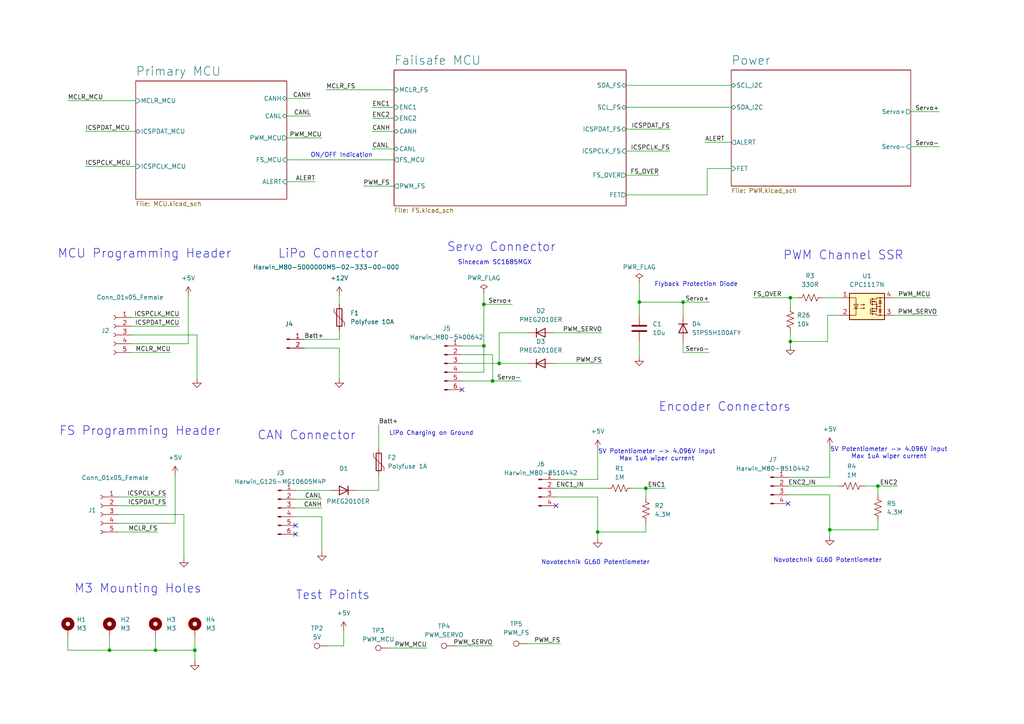
<source format=kicad_sch>
(kicad_sch (version 20231120) (generator "eeschema") (generator_version "8.0")
  (paper "A4")
  (title_block (title "Motor Control Board") (date "2024-11-10") (rev "1") (company "Waterloo Rocketry"))
  (lib_symbols
    (symbol "canhw:+12V" (power) (pin_numbers hide) (pin_names (offset 0) hide)
      (property "Value" "+12V" (at 0 3.556 0))
      (symbol "+12V_0_1"
        (polyline (pts (xy -0.762 1.27) (xy 0 2.54)))
        (polyline (pts (xy 0 0) (xy 0 2.54)))
        (polyline (pts (xy 0 2.54) (xy 0.762 1.27)))
      )
      (symbol "+12V_1_1"
        (pin power_in line (at 0 0 90) (length 0) (name "~") (number "1"))
      )
    )
    (symbol "canhw:+5V" (power) (pin_numbers hide) (pin_names (offset 0) hide)
      (property "Value" "+5V" (at 0 3.556 0))
      (symbol "+5V_0_1"
        (polyline (pts (xy -0.762 1.27) (xy 0 2.54)))
        (polyline (pts (xy 0 0) (xy 0 2.54)))
        (polyline (pts (xy 0 2.54) (xy 0.762 1.27)))
      )
      (symbol "+5V_1_1"
        (pin power_in line (at 0 0 90) (length 0) (name "~") (number "1"))
      )
    )
    (symbol "canhw:C" (pin_numbers hide) (pin_names (offset 0.254))
      (property "Reference" "C" (at 0.635 2.54 0))
      (property "Value" "C" (at 0.635 -2.54 0))
      (symbol "C_0_1"
        (polyline (pts (xy -2.032 -0.762) (xy 2.032 -0.762)) (stroke (width 0.508)))
        (polyline (pts (xy -2.032 0.762) (xy 2.032 0.762)) (stroke (width 0.508)))
      )
      (symbol "C_1_1"
        (pin passive line (at 0 3.81 270) (length 2.794) (name "~") (number "1"))
        (pin passive line (at 0 -3.81 90) (length 2.794) (name "~") (number "2"))
      )
    )
    (symbol "canhw:CPC1117N"
      (property "Reference" "U" (at -5.08 5.08 0))
      (property "Value" "CPC1117N" (at 0 5.08 0))
      (symbol "CPC1117N_0_1"
        (rectangle (start -5.08 3.81) (end 5.08 -3.81) (stroke (width 0.254)) (fill (type background)))
        (polyline (pts (xy -3.81 -0.635) (xy -2.54 -0.635)))
        (polyline (pts (xy 1.016 -0.635) (xy 1.016 -2.159)) (stroke (width 0.2032)))
        (polyline (pts (xy 1.016 2.159) (xy 1.016 0.635)) (stroke (width 0.2032)))
        (polyline (pts (xy 1.524 -0.508) (xy 1.524 -0.762)) (stroke (width 0.3556)))
        (polyline (pts (xy 2.794 0) (xy 3.81 0)))
        (polyline (pts (xy 3.429 -1.651) (xy 4.191 -1.651)))
        (polyline (pts (xy 3.429 1.651) (xy 4.191 1.651)))
        (polyline (pts (xy 3.81 -2.54) (xy 3.81 2.54)))
        (polyline (pts (xy 1.524 -2.032) (xy 1.524 -2.286) (xy 1.524 -2.286)) (stroke (width 0.3556)))
        (polyline (pts (xy 1.524 -1.27) (xy 1.524 -1.524) (xy 1.524 -1.524)) (stroke (width 0.3556)))
        (polyline (pts (xy 1.524 0.762) (xy 1.524 0.508) (xy 1.524 0.508)) (stroke (width 0.3556)))
        (polyline (pts (xy 1.524 1.524) (xy 1.524 1.27) (xy 1.524 1.27)) (stroke (width 0.3556)))
        (polyline (pts (xy 1.524 2.286) (xy 1.524 2.032) (xy 1.524 2.032)) (stroke (width 0.3556)))
        (polyline (pts (xy 1.651 -1.397) (xy 2.794 -1.397) (xy 2.794 -0.635)))
        (polyline (pts (xy 1.651 1.397) (xy 2.794 1.397) (xy 2.794 0.635)))
        (polyline (pts (xy -5.08 2.54) (xy -3.175 2.54) (xy -3.175 -2.54) (xy -5.08 -2.54)))
        (polyline (pts (xy -3.175 -0.635) (xy -3.81 0.635) (xy -2.54 0.635) (xy -3.175 -0.635)))
        (polyline (pts (xy 1.651 -2.159) (xy 2.794 -2.159) (xy 2.794 -2.54) (xy 5.08 -2.54)))
        (polyline (pts (xy 1.651 -0.635) (xy 2.794 -0.635) (xy 2.794 0.635) (xy 1.651 0.635)))
        (polyline (pts (xy 1.651 2.159) (xy 2.794 2.159) (xy 2.794 2.54) (xy 5.08 2.54)))
        (polyline (pts (xy 1.778 -1.397) (xy 2.286 -1.27) (xy 2.286 -1.524) (xy 1.778 -1.397)))
        (polyline (pts (xy 1.778 1.397) (xy 2.286 1.524) (xy 2.286 1.27) (xy 1.778 1.397)))
        (polyline (pts (xy 3.81 -1.651) (xy 3.429 -0.889) (xy 4.191 -0.889) (xy 3.81 -1.651)))
        (polyline (pts (xy 3.81 1.651) (xy 3.429 0.889) (xy 4.191 0.889) (xy 3.81 1.651)))
        (polyline (pts (xy -1.905 -0.508) (xy -0.635 -0.508) (xy -1.016 -0.635) (xy -1.016 -0.381) (xy -0.635 -0.508)))
        (polyline (pts (xy -1.905 0.508) (xy -0.635 0.508) (xy -1.016 0.381) (xy -1.016 0.635) (xy -0.635 0.508)))
        (circle (center 2.794 -0.635) (radius 0.127))
        (circle (center 2.794 0) (radius 0.127))
        (circle (center 2.794 0.635) (radius 0.127))
        (circle (center 3.81 -2.54) (radius 0.127))
        (circle (center 3.81 0) (radius 0.127))
        (circle (center 3.81 2.54) (radius 0.127))
      )
      (symbol "CPC1117N_1_1"
        (pin passive line (at -7.62 2.54 0) (length 2.54) (name "~") (number "1"))
        (pin passive line (at -7.62 -2.54 0) (length 2.54) (name "~") (number "2"))
        (pin passive line (at 7.62 -2.54 180) (length 2.54) (name "~") (number "3"))
        (pin passive line (at 7.62 2.54 180) (length 2.54) (name "~") (number "4"))
      )
    )
    (symbol "canhw:Conn_01x02_Pin" (pin_names (offset 1.016) hide)
      (property "Reference" "J" (at 0 2.54 0))
      (property "Value" "Conn_01x02_Pin" (at 0 -5.08 0))
      (symbol "Conn_01x02_Pin_1_1"
        (polyline (pts (xy 1.27 -2.54) (xy 0.8636 -2.54)) (stroke (width 0.1524)))
        (polyline (pts (xy 1.27 0) (xy 0.8636 0)) (stroke (width 0.1524)))
        (rectangle (start 0.8636 -2.413) (end 0 -2.667) (stroke (width 0.1524)) (fill (type outline)))
        (rectangle (start 0.8636 0.127) (end 0 -0.127) (stroke (width 0.1524)) (fill (type outline)))
        (pin passive line (at 5.08 0 180) (length 3.81) (name "Pin_1") (number "1"))
        (pin passive line (at 5.08 -2.54 180) (length 3.81) (name "Pin_2") (number "2"))
      )
    )
    (symbol "canhw:Conn_01x04_Pin" (pin_names (offset 1.016) hide)
      (property "Reference" "J" (at 0 5.08 0))
      (property "Value" "Conn_01x04_Pin" (at 0 -7.62 0))
      (symbol "Conn_01x04_Pin_1_1"
        (polyline (pts (xy 1.27 -5.08) (xy 0.8636 -5.08)) (stroke (width 0.1524)))
        (polyline (pts (xy 1.27 -2.54) (xy 0.8636 -2.54)) (stroke (width 0.1524)))
        (polyline (pts (xy 1.27 0) (xy 0.8636 0)) (stroke (width 0.1524)))
        (polyline (pts (xy 1.27 2.54) (xy 0.8636 2.54)) (stroke (width 0.1524)))
        (rectangle (start 0.8636 -4.953) (end 0 -5.207) (stroke (width 0.1524)) (fill (type outline)))
        (rectangle (start 0.8636 -2.413) (end 0 -2.667) (stroke (width 0.1524)) (fill (type outline)))
        (rectangle (start 0.8636 0.127) (end 0 -0.127) (stroke (width 0.1524)) (fill (type outline)))
        (rectangle (start 0.8636 2.667) (end 0 2.413) (stroke (width 0.1524)) (fill (type outline)))
        (pin passive line (at 5.08 2.54 180) (length 3.81) (name "Pin_1") (number "1"))
        (pin passive line (at 5.08 0 180) (length 3.81) (name "Pin_2") (number "2"))
        (pin passive line (at 5.08 -2.54 180) (length 3.81) (name "Pin_3") (number "3"))
        (pin passive line (at 5.08 -5.08 180) (length 3.81) (name "Pin_4") (number "4"))
      )
    )
    (symbol "canhw:Conn_01x05_Socket" (pin_names (offset 1.016) hide)
      (property "Reference" "J" (at 0 7.62 0))
      (property "Value" "Conn_01x05_Socket" (at 0 -7.62 0))
      (symbol "Conn_01x05_Socket_1_1"
        (arc (start 0 -4.572) (mid -0.5058 -5.08) (end 0 -5.588) (stroke (width 0.1524)))
        (arc (start 0 -2.032) (mid -0.5058 -2.54) (end 0 -3.048) (stroke (width 0.1524)))
        (polyline (pts (xy -1.27 -5.08) (xy -0.508 -5.08)) (stroke (width 0.1524)))
        (polyline (pts (xy -1.27 -2.54) (xy -0.508 -2.54)) (stroke (width 0.1524)))
        (polyline (pts (xy -1.27 0) (xy -0.508 0)) (stroke (width 0.1524)))
        (polyline (pts (xy -1.27 2.54) (xy -0.508 2.54)) (stroke (width 0.1524)))
        (polyline (pts (xy -1.27 5.08) (xy -0.508 5.08)) (stroke (width 0.1524)))
        (arc (start 0 0.508) (mid -0.5058 0) (end 0 -0.508) (stroke (width 0.1524)))
        (arc (start 0 3.048) (mid -0.5058 2.54) (end 0 2.032) (stroke (width 0.1524)))
        (arc (start 0 5.588) (mid -0.5058 5.08) (end 0 4.572) (stroke (width 0.1524)))
        (pin passive line (at -5.08 5.08 0) (length 3.81) (name "Pin_1") (number "1"))
        (pin passive line (at -5.08 2.54 0) (length 3.81) (name "Pin_2") (number "2"))
        (pin passive line (at -5.08 0 0) (length 3.81) (name "Pin_3") (number "3"))
        (pin passive line (at -5.08 -2.54 0) (length 3.81) (name "Pin_4") (number "4"))
        (pin passive line (at -5.08 -5.08 0) (length 3.81) (name "Pin_5") (number "5"))
      )
    )
    (symbol "canhw:Conn_01x06_Pin" (pin_names (offset 1.016) hide)
      (property "Reference" "J" (at 0 7.62 0))
      (property "Value" "Conn_01x06_Pin" (at 0 -10.16 0))
      (symbol "Conn_01x06_Pin_1_1"
        (polyline (pts (xy 1.27 -7.62) (xy 0.8636 -7.62)) (stroke (width 0.1524)))
        (polyline (pts (xy 1.27 -5.08) (xy 0.8636 -5.08)) (stroke (width 0.1524)))
        (polyline (pts (xy 1.27 -2.54) (xy 0.8636 -2.54)) (stroke (width 0.1524)))
        (polyline (pts (xy 1.27 0) (xy 0.8636 0)) (stroke (width 0.1524)))
        (polyline (pts (xy 1.27 2.54) (xy 0.8636 2.54)) (stroke (width 0.1524)))
        (polyline (pts (xy 1.27 5.08) (xy 0.8636 5.08)) (stroke (width 0.1524)))
        (rectangle (start 0.8636 -7.493) (end 0 -7.747) (stroke (width 0.1524)) (fill (type outline)))
        (rectangle (start 0.8636 -4.953) (end 0 -5.207) (stroke (width 0.1524)) (fill (type outline)))
        (rectangle (start 0.8636 -2.413) (end 0 -2.667) (stroke (width 0.1524)) (fill (type outline)))
        (rectangle (start 0.8636 0.127) (end 0 -0.127) (stroke (width 0.1524)) (fill (type outline)))
        (rectangle (start 0.8636 2.667) (end 0 2.413) (stroke (width 0.1524)) (fill (type outline)))
        (rectangle (start 0.8636 5.207) (end 0 4.953) (stroke (width 0.1524)) (fill (type outline)))
        (pin passive line (at 5.08 5.08 180) (length 3.81) (name "Pin_1") (number "1"))
        (pin passive line (at 5.08 2.54 180) (length 3.81) (name "Pin_2") (number "2"))
        (pin passive line (at 5.08 0 180) (length 3.81) (name "Pin_3") (number "3"))
        (pin passive line (at 5.08 -2.54 180) (length 3.81) (name "Pin_4") (number "4"))
        (pin passive line (at 5.08 -5.08 180) (length 3.81) (name "Pin_5") (number "5"))
        (pin passive line (at 5.08 -7.62 180) (length 3.81) (name "Pin_6") (number "6"))
      )
    )
    (symbol "canhw:D" (pin_numbers hide) (pin_names (offset 1.016) hide)
      (property "Reference" "D" (at 0 2.54 0))
      (property "Value" "D" (at 0 -2.54 0))
      (symbol "D_0_1"
        (polyline (pts (xy -1.27 1.27) (xy -1.27 -1.27)) (stroke (width 0.254)))
        (polyline (pts (xy 1.27 0) (xy -1.27 0)))
        (polyline (pts (xy 1.27 1.27) (xy 1.27 -1.27) (xy -1.27 0) (xy 1.27 1.27)) (stroke (width 0.254)))
      )
      (symbol "D_1_1"
        (pin passive line (at -3.81 0 0) (length 2.54) (name "K") (number "1"))
        (pin passive line (at 3.81 0 180) (length 2.54) (name "A") (number "2"))
      )
    )
    (symbol "canhw:GND" (power) (pin_numbers hide) (pin_names (offset 0) hide)
      (property "Value" "GND" (at 0 -3.81 0))
      (symbol "GND_0_1"
        (polyline (pts (xy 0 0) (xy 0 -1.27) (xy 1.27 -1.27) (xy 0 -2.54) (xy -1.27 -1.27) (xy 0 -1.27)))
      )
      (symbol "GND_1_1"
        (pin power_in line (at 0 0 270) (length 0) (name "~") (number "1"))
      )
    )
    (symbol "canhw:MountingHole_Pad" (pin_numbers hide) (pin_names (offset 1.016) hide) (exclude_from_sim yes) (in_bom no)
      (property "Reference" "H" (at 0 6.35 0))
      (property "Value" "MountingHole_Pad" (at 0 4.445 0))
      (symbol "MountingHole_Pad_0_1"
        (circle (center 0 1.27) (radius 1.27) (stroke (width 1.27)))
      )
      (symbol "MountingHole_Pad_1_1"
        (pin input line (at 0 -2.54 90) (length 2.54) (name "1") (number "1"))
      )
    )
    (symbol "canhw:PWR_FLAG" (power) (pin_numbers hide) (pin_names (offset 0) hide)
      (property "Value" "PWR_FLAG" (at 0 3.81 0))
      (symbol "PWR_FLAG_0_0"
        (pin power_out line (at 0 0 90) (length 0) (name "~") (number "1"))
      )
      (symbol "PWR_FLAG_0_1"
        (polyline (pts (xy 0 0) (xy 0 1.27) (xy -1.016 1.905) (xy 0 2.54) (xy 1.016 1.905) (xy 0 1.27)))
      )
    )
    (symbol "canhw:Polyfuse" (pin_numbers hide) (pin_names (offset 0))
      (property "Reference" "F" (at -2.54 0 90))
      (property "Value" "Polyfuse" (at 2.54 0 90))
      (symbol "Polyfuse_0_1"
        (rectangle (start -0.762 2.54) (end 0.762 -2.54) (stroke (width 0.254)))
        (polyline (pts (xy 0 2.54) (xy 0 -2.54)))
        (polyline (pts (xy -1.524 2.54) (xy -1.524 1.524) (xy 1.524 -1.524) (xy 1.524 -2.54)))
      )
      (symbol "Polyfuse_1_1"
        (pin passive line (at 0 3.81 270) (length 1.27) (name "~") (number "1"))
        (pin passive line (at 0 -3.81 90) (length 1.27) (name "~") (number "2"))
      )
    )
    (symbol "canhw:R_US" (pin_numbers hide) (pin_names (offset 0))
      (property "Reference" "R" (at 2.54 0 90))
      (property "Value" "R_US" (at -2.54 0 90))
      (symbol "R_US_0_1"
        (polyline (pts (xy 0 -2.286) (xy 0 -2.54)))
        (polyline (pts (xy 0 2.286) (xy 0 2.54)))
        (polyline (pts (xy 0 -0.762) (xy 1.016 -1.143) (xy 0 -1.524) (xy -1.016 -1.905) (xy 0 -2.286)))
        (polyline (pts (xy 0 0.762) (xy 1.016 0.381) (xy 0 0) (xy -1.016 -0.381) (xy 0 -0.762)))
        (polyline (pts (xy 0 2.286) (xy 1.016 1.905) (xy 0 1.524) (xy -1.016 1.143) (xy 0 0.762)))
      )
      (symbol "R_US_1_1"
        (pin passive line (at 0 3.81 270) (length 1.27) (name "~") (number "1"))
        (pin passive line (at 0 -3.81 90) (length 1.27) (name "~") (number "2"))
      )
    )
    (symbol "canhw:TestPoint" (pin_numbers hide) (pin_names (offset 0.762) hide)
      (property "Reference" "TP" (at 0 6.858 0))
      (property "Value" "TestPoint" (at 0 5.08 0))
      (symbol "TestPoint_0_1"
        (circle (center 0 3.302) (radius 0.762))
      )
      (symbol "TestPoint_1_1"
        (pin passive line (at 0 0 90) (length 2.54) (name "1") (number "1"))
      )
    )
  )
  (junction (at 185.42 87.63))
  (junction (at 144.78 105.41))
  (junction (at 198.12 87.63))
  (junction (at 140.335 88.265))
  (junction (at 240.665 153.67))
  (junction (at 56.515 188.595))
  (junction (at 229.235 86.36))
  (junction (at 173.355 154.305))
  (junction (at 31.75 188.595))
  (junction (at 229.235 99.06))
  (junction (at 254.635 140.97))
  (junction (at 140.335 100.33))
  (junction (at 45.085 188.595))
  (junction (at 187.325 141.605))
  (junction (at 142.875 110.49))
  (no_connect (at 85.725 152.4))
  (no_connect (at 133.985 113.03))
  (no_connect (at 228.6 146.05))
  (no_connect (at 161.29 146.685))
  (no_connect (at 85.725 154.94))
  (wire (pts (xy 83.185 46.355) (xy 114.3 46.355)))
  (wire (pts (xy 229.235 86.36) (xy 231.14 86.36)))
  (wire (pts (xy 85.725 142.24) (xy 95.885 142.24)))
  (wire (pts (xy 38.1 97.155) (xy 57.15 97.155)))
  (wire (pts (xy 83.185 33.655) (xy 90.17 33.655)))
  (wire (pts (xy 107.95 34.29) (xy 114.3 34.29)))
  (wire (pts (xy 34.29 144.145) (xy 48.26 144.145)))
  (wire (pts (xy 38.1 99.695) (xy 54.61 99.695)))
  (wire (pts (xy 31.75 184.785) (xy 31.75 188.595)))
  (wire (pts (xy 173.355 130.175) (xy 173.355 139.065)))
  (wire (pts (xy 19.685 29.21) (xy 39.37 29.21)))
  (wire (pts (xy 185.42 91.44) (xy 185.42 87.63)))
  (wire (pts (xy 140.335 85.09) (xy 140.335 88.265)))
  (wire (pts (xy 103.505 142.24) (xy 109.855 142.24)))
  (wire (pts (xy 259.08 91.44) (xy 271.78 91.44)))
  (wire (pts (xy 140.335 88.265) (xy 140.335 100.33)))
  (wire (pts (xy 228.6 138.43) (xy 240.665 138.43)))
  (wire (pts (xy 198.12 87.63) (xy 205.74 87.63)))
  (wire (pts (xy 205.105 56.515) (xy 205.105 48.895)))
  (wire (pts (xy 187.325 154.305) (xy 173.355 154.305)))
  (wire (pts (xy 105.41 53.975) (xy 114.3 53.975)))
  (wire (pts (xy 24.765 48.26) (xy 39.37 48.26)))
  (wire (pts (xy 109.855 137.795) (xy 109.855 142.24)))
  (wire (pts (xy 113.03 187.96) (xy 123.825 187.96)))
  (wire (pts (xy 38.1 102.235) (xy 49.53 102.235)))
  (wire (pts (xy 38.1 92.075) (xy 52.07 92.075)))
  (wire (pts (xy 107.95 31.115) (xy 114.3 31.115)))
  (wire (pts (xy 161.29 139.065) (xy 173.355 139.065)))
  (wire (pts (xy 181.61 43.815) (xy 194.31 43.815)))
  (wire (pts (xy 109.855 123.19) (xy 109.855 130.175)))
  (wire (pts (xy 228.6 140.97) (xy 243.205 140.97)))
  (wire (pts (xy 191.135 50.8) (xy 181.61 50.8)))
  (wire (pts (xy 173.355 154.305) (xy 173.355 156.21)))
  (wire (pts (xy 240.665 143.51) (xy 240.665 153.67)))
  (wire (pts (xy 83.185 52.705) (xy 91.44 52.705)))
  (wire (pts (xy 133.985 102.87) (xy 142.875 102.87)))
  (wire (pts (xy 187.325 151.765) (xy 187.325 154.305)))
  (wire (pts (xy 161.29 141.605) (xy 175.895 141.605)))
  (wire (pts (xy 181.61 37.465) (xy 194.31 37.465)))
  (wire (pts (xy 24.765 38.1) (xy 39.37 38.1)))
  (wire (pts (xy 229.235 96.52) (xy 229.235 99.06)))
  (wire (pts (xy 54.61 85.725) (xy 54.61 99.695)))
  (wire (pts (xy 57.15 97.155) (xy 57.15 109.855)))
  (wire (pts (xy 34.29 154.305) (xy 45.72 154.305)))
  (wire (pts (xy 140.335 100.33) (xy 140.335 107.95)))
  (wire (pts (xy 144.78 96.52) (xy 153.035 96.52)))
  (wire (pts (xy 229.235 86.36) (xy 229.235 88.9)))
  (wire (pts (xy 144.78 105.41) (xy 153.035 105.41)))
  (wire (pts (xy 93.345 149.86) (xy 93.345 160.02)))
  (wire (pts (xy 83.185 40.005) (xy 93.345 40.005)))
  (wire (pts (xy 204.47 41.275) (xy 212.09 41.275)))
  (wire (pts (xy 132.08 187.325) (xy 142.875 187.325)))
  (wire (pts (xy 259.08 86.36) (xy 269.875 86.36)))
  (wire (pts (xy 19.685 188.595) (xy 31.75 188.595)))
  (wire (pts (xy 254.635 153.67) (xy 240.665 153.67)))
  (wire (pts (xy 85.725 147.32) (xy 93.345 147.32)))
  (wire (pts (xy 218.44 86.36) (xy 229.235 86.36)))
  (wire (pts (xy 187.325 144.145) (xy 187.325 141.605)))
  (wire (pts (xy 254.635 151.13) (xy 254.635 153.67)))
  (wire (pts (xy 142.875 110.49) (xy 151.13 110.49)))
  (wire (pts (xy 98.425 95.885) (xy 98.425 98.425)))
  (wire (pts (xy 34.29 151.765) (xy 50.8 151.765)))
  (wire (pts (xy 228.6 143.51) (xy 240.665 143.51)))
  (wire (pts (xy 144.78 105.41) (xy 144.78 96.52)))
  (wire (pts (xy 88.265 98.425) (xy 98.425 98.425)))
  (wire (pts (xy 240.03 91.44) (xy 240.03 99.06)))
  (wire (pts (xy 243.84 91.44) (xy 240.03 91.44)))
  (wire (pts (xy 133.985 100.33) (xy 140.335 100.33)))
  (wire (pts (xy 254.635 143.51) (xy 254.635 140.97)))
  (wire (pts (xy 83.185 28.575) (xy 90.17 28.575)))
  (wire (pts (xy 107.95 43.18) (xy 114.3 43.18)))
  (wire (pts (xy 185.42 99.06) (xy 185.42 103.505)))
  (wire (pts (xy 173.355 144.145) (xy 173.355 154.305)))
  (wire (pts (xy 161.29 144.145) (xy 173.355 144.145)))
  (wire (pts (xy 187.325 141.605) (xy 193.04 141.605)))
  (wire (pts (xy 140.335 88.265) (xy 148.59 88.265)))
  (wire (pts (xy 198.12 102.235) (xy 205.74 102.235)))
  (wire (pts (xy 181.61 31.115) (xy 212.09 31.115)))
  (wire (pts (xy 254.635 140.97) (xy 260.35 140.97)))
  (wire (pts (xy 183.515 141.605) (xy 187.325 141.605)))
  (wire (pts (xy 53.34 149.225) (xy 53.34 161.925)))
  (wire (pts (xy 94.615 26.035) (xy 114.3 26.035)))
  (wire (pts (xy 19.685 184.785) (xy 19.685 188.595)))
  (wire (pts (xy 45.085 184.785) (xy 45.085 188.595)))
  (wire (pts (xy 34.29 149.225) (xy 53.34 149.225)))
  (wire (pts (xy 181.61 24.765) (xy 212.09 24.765)))
  (wire (pts (xy 45.085 188.595) (xy 56.515 188.595)))
  (wire (pts (xy 98.425 85.725) (xy 98.425 88.265)))
  (wire (pts (xy 238.76 86.36) (xy 243.84 86.36)))
  (wire (pts (xy 50.8 137.795) (xy 50.8 151.765)))
  (wire (pts (xy 185.42 87.63) (xy 198.12 87.63)))
  (wire (pts (xy 34.29 146.685) (xy 48.26 146.685)))
  (wire (pts (xy 240.665 129.54) (xy 240.665 138.43)))
  (wire (pts (xy 95.25 187.325) (xy 99.695 187.325)))
  (wire (pts (xy 250.825 140.97) (xy 254.635 140.97)))
  (wire (pts (xy 264.16 42.545) (xy 272.415 42.545)))
  (wire (pts (xy 56.515 184.785) (xy 56.515 188.595)))
  (wire (pts (xy 181.61 56.515) (xy 205.105 56.515)))
  (wire (pts (xy 133.985 105.41) (xy 144.78 105.41)))
  (wire (pts (xy 142.875 102.87) (xy 142.875 110.49)))
  (wire (pts (xy 160.655 96.52) (xy 174.625 96.52)))
  (wire (pts (xy 99.695 182.88) (xy 99.695 187.325)))
  (wire (pts (xy 153.035 186.69) (xy 162.56 186.69)))
  (wire (pts (xy 185.42 81.915) (xy 185.42 87.63)))
  (wire (pts (xy 229.235 99.06) (xy 229.235 100.33)))
  (wire (pts (xy 160.655 105.41) (xy 174.625 105.41)))
  (wire (pts (xy 198.12 99.06) (xy 198.12 102.235)))
  (wire (pts (xy 85.725 144.78) (xy 93.345 144.78)))
  (wire (pts (xy 31.75 188.595) (xy 45.085 188.595)))
  (wire (pts (xy 56.515 188.595) (xy 56.515 191.77)))
  (wire (pts (xy 107.95 38.1) (xy 114.3 38.1)))
  (wire (pts (xy 133.985 110.49) (xy 142.875 110.49)))
  (wire (pts (xy 140.335 107.95) (xy 133.985 107.95)))
  (wire (pts (xy 205.105 48.895) (xy 212.09 48.895)))
  (wire (pts (xy 98.425 100.965) (xy 98.425 109.855)))
  (wire (pts (xy 198.12 87.63) (xy 198.12 91.44)))
  (wire (pts (xy 85.725 149.86) (xy 93.345 149.86)))
  (wire (pts (xy 38.1 94.615) (xy 52.07 94.615)))
  (wire (pts (xy 264.16 32.385) (xy 272.415 32.385)))
  (wire (pts (xy 240.665 153.67) (xy 240.665 155.575)))
  (wire (pts (xy 229.235 99.06) (xy 240.03 99.06)))
  (wire (pts (xy 88.265 100.965) (xy 98.425 100.965)))
  (text "Novotechnik GL60 Potentiometer" (at 240.03 162.56 0) (effects (font (size 1.27 1.27))))
  (text "5V Potentiometer -> 4.096V input\nMax 1uA wiper current" (at 190.5 132.08 0) (effects (font (size 1.27 1.27))))
  (text "Flyback Protection Diode" (at 201.93 82.55 0) (effects (font (size 1.27 1.27))))
  (text "Servo Connector" (at 145.415 71.755 0) (effects (font (size 2.54 2.54))))
  (text "M3 Mounting Holes" (at 40.005 170.815 0) (effects (font (size 2.54 2.54))))
  (text "5V Potentiometer -> 4.096V input\nMax 1uA wiper current" (at 257.81 131.445 0) (effects (font (size 1.27 1.27))))
  (text "FS Programming Header" (at 40.64 125.095 0) (effects (font (size 2.54 2.54))))
  (text "LiPo Charging on Ground" (at 125.095 125.73 0) (effects (font (size 1.27 1.27))))
  (text "Sincecam SC1685MGX" (at 143.51 76.2 0) (effects (font (size 1.27 1.27))))
  (text "ON/OFF Indication" (at 99.06 45.085 0) (effects (font (size 1.27 1.27))))
  (text "Test Points" (at 96.52 172.72 0) (effects (font (size 2.54 2.54))))
  (text "MCU Programming Header" (at 41.91 73.66 0) (effects (font (size 2.54 2.54))))
  (text "Novotechnik GL60 Potentiometer" (at 172.72 163.195 0) (effects (font (size 1.27 1.27))))
  (text "PWM Channel SSR" (at 244.602 74.168 0) (effects (font (size 2.54 2.54))))
  (text "LiPo Connector" (at 95.25 73.66 0) (effects (font (size 2.54 2.54))))
  (text "Encoder Connectors" (at 210.185 118.11 0) (effects (font (size 2.54 2.54))))
  (text "CAN Connector" (at 88.9 126.365 0) (effects (font (size 2.54 2.54))))
  (label "PWM_SERVO" (at 142.875 187.325 180))
  (label "Batt+" (at 88.265 98.425 0))
  (label "ENC1" (at 107.95 31.115 0))
  (label "FS_OVER" (at 191.135 50.8 180))
  (label "CANH" (at 107.95 38.1 0))
  (label "Servo-" (at 272.415 42.545 180))
  (label "ENC1_IN" (at 161.29 141.605 0))
  (label "CANH" (at 90.17 28.575 180))
  (label "MCLR_MCU" (at 19.685 29.21 0))
  (label "PWM_FS" (at 105.41 53.975 0))
  (label "ICSPCLK_MCU" (at 24.765 48.26 0))
  (label "ENC2_IN" (at 228.6 140.97 0))
  (label "PWM_FS" (at 174.625 105.41 180))
  (label "MCLR_FS" (at 94.615 26.035 0))
  (label "ICSPDAT_MCU" (at 52.07 94.615 180))
  (label "ICSPCLK_FS" (at 48.26 144.145 180))
  (label "ICSPCLK_MCU" (at 52.07 92.075 180))
  (label "FS_OVER" (at 218.44 86.36 0))
  (label "Servo-" (at 151.13 110.49 180))
  (label "ICSPDAT_FS" (at 194.31 37.465 180))
  (label "CANH" (at 93.345 147.32 180))
  (label "MCLR_MCU" (at 49.53 102.235 180))
  (label "PWM_SERVO" (at 271.78 91.44 180))
  (label "Servo+" (at 272.415 32.385 180))
  (label "Batt+" (at 109.855 123.19 0))
  (label "ICSPDAT_FS" (at 48.26 146.685 180))
  (label "ALERT" (at 204.47 41.275 0))
  (label "ENC2" (at 107.95 34.29 0))
  (label "Servo+" (at 148.59 88.265 180))
  (label "ICSPCLK_FS" (at 194.31 43.815 180))
  (label "ENC1" (at 193.04 141.605 180))
  (label "PWM_SERVO" (at 174.625 96.52 180))
  (label "ALERT" (at 91.44 52.705 180))
  (label "PWM_MCU" (at 123.825 187.96 180))
  (label "Servo-" (at 205.74 102.235 180))
  (label "ICSPDAT_MCU" (at 24.765 38.1 0))
  (label "CANL" (at 93.345 144.78 180))
  (label "Servo+" (at 205.74 87.63 180))
  (label "PWM_MCU" (at 269.875 86.36 180))
  (label "CANL" (at 107.95 43.18 0))
  (label "PWM_MCU" (at 93.345 40.005 180))
  (label "PWM_FS" (at 162.56 186.69 180))
  (label "ENC2" (at 260.35 140.97 180))
  (label "CANL" (at 90.17 33.655 180))
  (label "MCLR_FS" (at 45.72 154.305 180))
  (symbol (lib_id "canhw:GND") (at 57.15 109.855 0) (unit 1)
    (property "Reference" "#PWR06" (effects (hide yes)))
    (property "Value" "GND" (effects (hide yes)))
    (property "Description" "Power symbol creates a global label with name \"GND\" , ground" (effects (hide yes)))
  )
  (symbol (lib_id "canhw:GND") (at 53.34 161.925 0) (unit 1)
    (property "Reference" "#PWR09" (effects (hide yes)))
    (property "Value" "GND" (effects (hide yes)))
    (property "Description" "Power symbol creates a global label with name \"GND\" , ground" (effects (hide yes)))
  )
  (symbol (lib_id "canhw:Polyfuse") (at 98.425 92.075 0) (unit 1)
    (property "Reference" "F1" (at 101.6 90.8049 0) (effects (justify left)))
    (property "Value" "Polyfuse 10A" (at 101.6 93.3449 0) (effects (justify left)))
    (property "Footprint" "Fuse:Fuse_1206_3216Metric_Pad1.42x1.75mm_HandSolder" (effects (hide yes)))
    (property "Description" "Resettable fuse, polymeric positive temperature coefficient" (effects (hide yes)))
  )
  (symbol (lib_id "canhw:TestPoint") (at 153.035 186.69 90) (unit 1)
    (property "Reference" "TP5" (at 149.733 180.975 90))
    (property "Value" "PWM_FS" (at 149.733 183.515 90))
    (property "Footprint" "TestPoint:TestPoint_Keystone_5000-5004_Miniature" (effects (hide yes)))
    (property "Description" "test point" (effects (hide yes)))
  )
  (symbol (lib_id "canhw:MountingHole_Pad") (at 56.515 182.245 0) (unit 1) (exclude_from_sim yes) (in_bom no)
    (property "Reference" "H4" (at 59.69 179.7049 0) (effects (justify left)))
    (property "Value" "M3" (at 59.69 182.2449 0) (effects (justify left)))
    (property "Footprint" "MountingHole:MountingHole_3.2mm_M3_DIN965_Pad" (effects (hide yes)))
    (property "Description" "Mounting Hole with connection" (effects (hide yes)))
  )
  (symbol (lib_id "canhw:Conn_01x04_Pin") (at 223.52 140.97 0) (unit 1)
    (property "Reference" "J7" (at 224.155 133.35 0))
    (property "Value" "Harwin_M80-8510442" (at 224.155 135.89 0))
    (property "Footprint" "canhw_footprints:HARWIN_M80-8510442" (effects (hide yes)))
    (property "Description" "Generic connector, single row, 01x04, script generated" (effects (hide yes)))
  )
  (symbol (lib_id "canhw:Conn_01x02_Pin") (at 83.185 98.425 0) (unit 1)
    (property "Reference" "J4" (at 83.82 93.98 0))
    (property "Value" "Harwin_M80-5000000M5-02-333-00-000" (at 94.615 77.47 0))
    (property "Footprint" "canhw_footprints:HARWIN_M80-5000000M5-02-333-00-000" (effects (hide yes)))
    (property "Description" "Generic connector, single row, 01x02, script generated" (effects (hide yes)))
  )
  (symbol (lib_id "canhw:+5V") (at 99.695 182.88 0) (unit 1)
    (property "Reference" "#PWR043" (effects (hide yes)))
    (property "Value" "+5V" (at 99.695 177.8 0))
    (property "Description" "Power symbol creates a global label with name \"+5V\"" (effects (hide yes)))
  )
  (symbol (lib_id "canhw:Polyfuse") (at 109.855 133.985 0) (unit 1)
    (property "Reference" "F2" (at 112.395 132.715 0) (effects (justify left)))
    (property "Value" "Polyfuse 1A" (at 112.395 135.255 0) (effects (justify left)))
    (property "Footprint" "Fuse:Fuse_1206_3216Metric_Pad1.42x1.75mm_HandSolder" (effects (hide yes)))
    (property "Description" "Resettable fuse, polymeric positive temperature coefficient" (effects (hide yes)))
  )
  (symbol (lib_id "canhw:CPC1117N") (at 251.46 88.9 0) (unit 1)
    (property "Reference" "U1" (at 251.46 80.01 0))
    (property "Value" "CPC1117N" (at 251.46 82.55 0))
    (property "Footprint" "Package_SO:SOP-4_3.8x4.1mm_P2.54mm" (effects (hide yes)))
    (property "Datasheet" "http://www.ixysic.com/home/pdfs.nsf/www/CPC1117N.pdf/$file/CPC1117N.pdf" (effects (hide yes)))
    (property "Description" "Form B, Solid State Relay (Photo MOSFET) 60V, 0.15A, 16Ohm, SO-4" (effects (hide yes)))
  )
  (symbol (lib_id "canhw:TestPoint") (at 95.25 187.325 90) (unit 1)
    (property "Reference" "TP2" (at 91.948 182.245 90))
    (property "Value" "5V" (at 91.948 184.785 90))
    (property "Footprint" "TestPoint:TestPoint_Keystone_5000-5004_Miniature" (effects (hide yes)))
    (property "Description" "test point" (effects (hide yes)))
  )
  (symbol (lib_id "canhw:GND") (at 173.355 156.21 0) (unit 1)
    (property "Reference" "#PWR040" (effects (hide yes)))
    (property "Value" "GND" (effects (hide yes)))
    (property "Description" "Power symbol creates a global label with name \"GND\" , ground" (effects (hide yes)))
  )
  (symbol (lib_id "canhw:GND") (at 240.665 155.575 0) (unit 1)
    (property "Reference" "#PWR050" (effects (hide yes)))
    (property "Value" "GND" (effects (hide yes)))
    (property "Description" "Power symbol creates a global label with name \"GND\" , ground" (effects (hide yes)))
  )
  (symbol (lib_id "canhw:GND") (at 56.515 191.77 0) (unit 1)
    (property "Reference" "#PWR041" (effects (hide yes)))
    (property "Value" "GND" (effects (hide yes)))
    (property "Description" "Power symbol creates a global label with name \"GND\" , ground" (effects (hide yes)))
  )
  (symbol (lib_id "canhw:+5V") (at 173.355 130.175 0) (unit 1)
    (property "Reference" "#PWR039" (effects (hide yes)))
    (property "Value" "+5V" (at 173.355 125.095 0))
    (property "Description" "Power symbol creates a global label with name \"+5V\"" (effects (hide yes)))
  )
  (symbol (lib_id "canhw:R_US") (at 229.235 92.71 0) (unit 1)
    (property "Reference" "R26" (at 231.14 91.4399 0) (effects (justify left)))
    (property "Value" "10k" (at 231.14 93.9799 0) (effects (justify left)))
    (property "Footprint" "Resistor_SMD:R_0805_2012Metric_Pad1.20x1.40mm_HandSolder" (effects (hide yes)))
    (property "Description" "Resistor, US symbol" (effects (hide yes)))
  )
  (symbol (lib_id "canhw:+5V") (at 240.665 129.54 0) (unit 1)
    (property "Reference" "#PWR048" (effects (hide yes)))
    (property "Value" "+5V" (at 240.665 124.46 0))
    (property "Description" "Power symbol creates a global label with name \"+5V\"" (effects (hide yes)))
  )
  (symbol (lib_id "canhw:GND") (at 185.42 103.505 0) (unit 1)
    (property "Reference" "#PWR015" (effects (hide yes)))
    (property "Value" "GND" (effects (hide yes)))
    (property "Description" "Power symbol creates a global label with name \"GND\" , ground" (effects (hide yes)))
  )
  (symbol (lib_id "canhw:D") (at 156.845 105.41 0) (unit 1)
    (property "Reference" "D3" (at 156.845 99.06 0))
    (property "Value" "PMEG2010ER" (at 156.845 101.6 0))
    (property "Footprint" "Diode_SMD:Nexperia_CFP3_SOD-123W" (effects (hide yes)))
    (property "Datasheet" "https://www.smc-diodes.com/propdf/10BQ015%20N0642%20REV.A.pdf" (effects (hide yes)))
    (property "Description" "Diode" (effects (hide yes)))
    (property "Sim.Device" "D" (effects (hide yes)))
    (property "Sim.Pins" "1=K 2=A" (effects (hide yes)))
  )
  (symbol (lib_id "canhw:Conn_01x04_Pin") (at 156.21 141.605 0) (unit 1)
    (property "Reference" "J6" (at 156.845 134.62 0))
    (property "Value" "Harwin_M80-8510442" (at 156.845 137.16 0))
    (property "Footprint" "canhw_footprints:HARWIN_M80-8510442" (effects (hide yes)))
    (property "Description" "Generic connector, single row, 01x04, script generated" (effects (hide yes)))
  )
  (symbol (lib_id "canhw:Conn_01x05_Socket") (at 33.02 97.155 0) (mirror y) (unit 1)
    (property "Reference" "J2" (at 31.75 95.8849 0) (effects (justify left)))
    (property "Value" "Conn_01x05_Female" (at 47.498 86.233 0) (effects (justify left)))
    (property "Footprint" "canhw_footprints:PinSocket_5x2.54_SMD_90deg_952-3198-1-ND" (effects (hide yes)))
    (property "Description" "Generic connector, single row, 01x05, script generated" (effects (hide yes)))
  )
  (symbol (lib_id "canhw:MountingHole_Pad") (at 31.75 182.245 0) (unit 1) (exclude_from_sim yes) (in_bom no)
    (property "Reference" "H2" (at 34.925 179.7049 0) (effects (justify left)))
    (property "Value" "M3" (at 34.925 182.2449 0) (effects (justify left)))
    (property "Footprint" "MountingHole:MountingHole_3.2mm_M3_DIN965_Pad" (effects (hide yes)))
    (property "Description" "Mounting Hole with connection" (effects (hide yes)))
  )
  (symbol (lib_id "canhw:PWR_FLAG") (at 185.42 81.915 0) (unit 1)
    (property "Reference" "#FLG03" (effects (hide yes)))
    (property "Value" "PWR_FLAG" (at 185.42 77.47 0))
    (property "Description" "Special symbol for telling ERC where power comes from" (effects (hide yes)))
  )
  (symbol (lib_id "canhw:GND") (at 229.235 100.33 0) (unit 1)
    (property "Reference" "#PWR04" (effects (hide yes)))
    (property "Value" "GND" (effects (hide yes)))
    (property "Description" "Power symbol creates a global label with name \"GND\" , ground" (effects (hide yes)))
  )
  (symbol (lib_id "canhw:Conn_01x06_Pin") (at 80.645 147.32 0) (unit 1)
    (property "Reference" "J3" (at 81.28 137.16 0))
    (property "Value" "Harwin_G125-MG10605M4P" (at 81.28 139.7 0))
    (property "Footprint" "canhw_footprints:connector_Harwin_G125–MG10605M4P" (effects (hide yes)))
    (property "Description" "Generic connector, single row, 01x06, script generated" (effects (hide yes)))
  )
  (symbol (lib_id "canhw:MountingHole_Pad") (at 45.085 182.245 0) (unit 1) (exclude_from_sim yes) (in_bom no)
    (property "Reference" "H3" (at 48.26 179.7049 0) (effects (justify left)))
    (property "Value" "M3" (at 48.26 182.2449 0) (effects (justify left)))
    (property "Footprint" "MountingHole:MountingHole_3.2mm_M3_DIN965_Pad" (effects (hide yes)))
    (property "Description" "Mounting Hole with connection" (effects (hide yes)))
  )
  (symbol (lib_id "canhw:+12V") (at 98.425 85.725 0) (unit 1)
    (property "Reference" "#PWR018" (effects (hide yes)))
    (property "Value" "+12V" (at 98.425 80.645 0))
    (property "Description" "Power symbol creates a global label with name \"+12V\"" (effects (hide yes)))
  )
  (symbol (lib_id "canhw:MountingHole_Pad") (at 19.685 182.245 0) (unit 1) (exclude_from_sim yes) (in_bom no)
    (property "Reference" "H1" (at 22.225 179.7049 0) (effects (justify left)))
    (property "Value" "M3" (at 22.225 182.2449 0) (effects (justify left)))
    (property "Footprint" "MountingHole:MountingHole_3.2mm_M3_DIN965_Pad" (effects (hide yes)))
    (property "Description" "Mounting Hole with connection" (effects (hide yes)))
  )
  (symbol (lib_id "canhw:R_US") (at 254.635 147.32 0) (unit 1)
    (property "Reference" "R5" (at 257.175 146.0499 0) (effects (justify left)))
    (property "Value" "4.3M" (at 257.175 148.5899 0) (effects (justify left)))
    (property "Footprint" "Resistor_SMD:R_0805_2012Metric_Pad1.20x1.40mm_HandSolder" (effects (hide yes)))
    (property "Description" "Resistor, US symbol" (effects (hide yes)))
  )
  (symbol (lib_id "canhw:+5V") (at 50.8 137.795 0) (unit 1)
    (property "Reference" "#PWR08" (effects (hide yes)))
    (property "Value" "+5V" (at 50.8 132.715 0))
    (property "Description" "Power symbol creates a global label with name \"+5V\"" (effects (hide yes)))
  )
  (symbol (lib_id "canhw:GND") (at 98.425 109.855 0) (unit 1)
    (property "Reference" "#PWR023" (effects (hide yes)))
    (property "Value" "GND" (effects (hide yes)))
    (property "Description" "Power symbol creates a global label with name \"GND\" , ground" (effects (hide yes)))
  )
  (symbol (lib_id "canhw:D") (at 99.695 142.24 180) (unit 1)
    (property "Reference" "D1" (at 99.695 135.89 0))
    (property "Value" "PMEG2010ER" (at 100.965 145.415 0))
    (property "Footprint" "Diode_SMD:Nexperia_CFP3_SOD-123W" (effects (hide yes)))
    (property "Description" "Diode" (effects (hide yes)))
    (property "Sim.Device" "D" (effects (hide yes)))
    (property "Sim.Pins" "1=K 2=A" (effects (hide yes)))
  )
  (symbol (lib_id "canhw:Conn_01x06_Pin") (at 128.905 105.41 0) (unit 1)
    (property "Reference" "J5" (at 129.54 95.25 0))
    (property "Value" "Harwin_M80-5400642" (at 129.54 97.79 0))
    (property "Footprint" "canhw_footprints:HARWIN_M80-5400642" (effects (hide yes)))
    (property "Description" "Generic connector, single row, 01x06, script generated" (effects (hide yes)))
  )
  (symbol (lib_id "canhw:PWR_FLAG") (at 140.335 85.09 0) (unit 1)
    (property "Reference" "#FLG02" (effects (hide yes)))
    (property "Value" "PWR_FLAG" (at 140.335 80.645 0))
    (property "Description" "Special symbol for telling ERC where power comes from" (effects (hide yes)))
  )
  (symbol (lib_id "canhw:+5V") (at 54.61 85.725 0) (unit 1)
    (property "Reference" "#PWR07" (effects (hide yes)))
    (property "Value" "+5V" (at 54.61 80.645 0))
    (property "Description" "Power symbol creates a global label with name \"+5V\"" (effects (hide yes)))
  )
  (symbol (lib_id "canhw:TestPoint") (at 113.03 187.96 90) (unit 1)
    (property "Reference" "TP3" (at 109.728 182.88 90))
    (property "Value" "PWM_MCU" (at 109.728 185.42 90))
    (property "Footprint" "TestPoint:TestPoint_Keystone_5000-5004_Miniature" (effects (hide yes)))
    (property "Description" "test point" (effects (hide yes)))
  )
  (symbol (lib_id "canhw:D") (at 156.845 96.52 0) (unit 1)
    (property "Reference" "D2" (at 156.845 90.17 0))
    (property "Value" "PMEG2010ER" (at 156.845 92.71 0))
    (property "Footprint" "Diode_SMD:Nexperia_CFP3_SOD-123W" (effects (hide yes)))
    (property "Datasheet" "https://www.smc-diodes.com/propdf/10BQ015%20N0642%20REV.A.pdf" (effects (hide yes)))
    (property "Description" "Diode" (effects (hide yes)))
    (property "Sim.Device" "D" (effects (hide yes)))
    (property "Sim.Pins" "1=K 2=A" (effects (hide yes)))
  )
  (symbol (lib_id "canhw:GND") (at 93.345 160.02 0) (unit 1)
    (property "Reference" "#PWR024" (effects (hide yes)))
    (property "Value" "GND" (effects (hide yes)))
    (property "Description" "Power symbol creates a global label with name \"GND\" , ground" (effects (hide yes)))
  )
  (symbol (lib_id "canhw:TestPoint") (at 132.08 187.325 90) (unit 1)
    (property "Reference" "TP4" (at 128.778 181.61 90))
    (property "Value" "PWM_SERVO" (at 128.778 184.15 90))
    (property "Footprint" "TestPoint:TestPoint_Keystone_5000-5004_Miniature" (effects (hide yes)))
    (property "Description" "test point" (effects (hide yes)))
  )
  (symbol (lib_id "canhw:R_US") (at 234.95 86.36 90) (unit 1)
    (property "Reference" "R3" (at 234.95 80.01 90))
    (property "Value" "330R" (at 234.95 82.55 90))
    (property "Footprint" "Resistor_SMD:R_0805_2012Metric_Pad1.20x1.40mm_HandSolder" (effects (hide yes)))
    (property "Description" "Resistor, US symbol" (effects (hide yes)))
  )
  (symbol (lib_id "canhw:R_US") (at 247.015 140.97 90) (unit 1)
    (property "Reference" "R4" (at 247.015 135.255 90))
    (property "Value" "1M" (at 247.015 137.795 90))
    (property "Footprint" "Resistor_SMD:R_0805_2012Metric_Pad1.20x1.40mm_HandSolder" (effects (hide yes)))
    (property "Description" "Resistor, US symbol" (effects (hide yes)))
  )
  (symbol (lib_id "canhw:R_US") (at 179.705 141.605 90) (unit 1)
    (property "Reference" "R1" (at 179.705 135.89 90))
    (property "Value" "1M" (at 179.705 138.43 90))
    (property "Footprint" "Resistor_SMD:R_0805_2012Metric_Pad1.20x1.40mm_HandSolder" (effects (hide yes)))
    (property "Description" "Resistor, US symbol" (effects (hide yes)))
  )
  (symbol (lib_id "canhw:C") (at 185.42 95.25 0) (unit 1)
    (property "Reference" "C1" (at 189.23 93.9799 0) (effects (justify left)))
    (property "Value" "10u" (at 189.23 96.5199 0) (effects (justify left)))
    (property "Footprint" "Capacitor_SMD:C_0805_2012Metric_Pad1.18x1.45mm_HandSolder" (effects (hide yes)))
    (property "Description" "Unpolarized capacitor" (effects (hide yes)))
  )
  (symbol (lib_id "canhw:Conn_01x05_Socket") (at 29.21 149.225 0) (mirror y) (unit 1)
    (property "Reference" "J1" (at 27.94 147.9549 0) (effects (justify left)))
    (property "Value" "Conn_01x05_Female" (at 43.18 138.557 0) (effects (justify left)))
    (property "Footprint" "canhw_footprints:PinSocket_5x2.54_SMD_90deg_952-3198-1-ND" (effects (hide yes)))
    (property "Description" "Generic connector, single row, 01x05, script generated" (effects (hide yes)))
  )
  (symbol (lib_id "canhw:R_US") (at 187.325 147.955 0) (unit 1)
    (property "Reference" "R2" (at 189.865 146.6849 0) (effects (justify left)))
    (property "Value" "4.3M" (at 189.865 149.2249 0) (effects (justify left)))
    (property "Footprint" "Resistor_SMD:R_0805_2012Metric_Pad1.20x1.40mm_HandSolder" (effects (hide yes)))
    (property "Description" "Resistor, US symbol" (effects (hide yes)))
  )
  (symbol (lib_id "canhw:D") (at 198.12 95.25 270) (unit 1)
    (property "Reference" "D4" (at 200.66 93.9799 90) (effects (justify left)))
    (property "Value" "STPS5H100AFY" (at 200.66 96.5199 90) (effects (justify left)))
    (property "Footprint" "Diode_SMD:D_SOD-128" (effects (hide yes)))
    (property "Datasheet" "https://www.st.com/content/ccc/resource/technical/document/datasheet/group3/a7/aa/f5/d0/a8/25/41/d5/DM00303942/files/DM00303942.pdf/jcr:content/translations/en.DM00303942.pdf" (effects (hide yes)))
    (property "Description" "Diode" (effects (hide yes)))
    (property "Sim.Device" "D" (effects (hide yes)))
    (property "Sim.Pins" "1=K 2=A" (effects (hide yes)))
  )
  (sheet (at 212.09 20.32) (size 52.07 33.655) (stroke (width 0.1524))
    (property "Sheetname" "Power" (at 212.09 18.9734 0) (effects (font (size 2.54 2.54)) (justify left bottom)))
    (property "Sheetfile" "PWR.kicad_sch" (at 212.09 54.5596 0) (effects (justify left top)))
    (pin "Servo+" output (at 264.16 32.385 0))
    (pin "ALERT" output (at 212.09 41.275 180))
    (pin "FET" input (at 212.09 48.895 180))
    (pin "Servo-" input (at 264.16 42.545 0))
    (pin "SCL_I2C" bidirectional (at 212.09 24.765 180))
    (pin "SDA_I2C" bidirectional (at 212.09 31.115 180))
  )
  (sheet (at 39.37 23.495) (size 43.815 34.29) (stroke (width 0.1524))
    (property "Sheetname" "Primary MCU" (at 39.37 22.1484 0) (effects (font (size 2.54 2.54)) (justify left bottom)))
    (property "Sheetfile" "MCU.kicad_sch" (at 39.37 58.3696 0) (effects (justify left top)))
    (pin "MCLR_MCU" input (at 39.37 29.21 180))
    (pin "CANH" bidirectional (at 83.185 28.575 0))
    (pin "CANL" bidirectional (at 83.185 33.655 0))
    (pin "PWM_MCU" output (at 83.185 40.005 0))
    (pin "ICSPDAT_MCU" bidirectional (at 39.37 38.1 180))
    (pin "ICSPCLK_MCU" input (at 39.37 48.26 180))
    (pin "ALERT" input (at 83.185 52.705 0))
    (pin "FS_MCU" input (at 83.185 46.355 0))
  )
  (sheet (at 114.3 20.32) (size 67.31 39.37) (stroke (width 0.1524))
    (property "Sheetname" "Failsafe MCU" (at 114.3 18.9734 0) (effects (font (size 2.54 2.54)) (justify left bottom)))
    (property "Sheetfile" "FS.kicad_sch" (at 114.3 60.2746 0) (effects (justify left top)))
    (pin "MCLR_FS" input (at 114.3 26.035 180))
    (pin "ICSPCLK_FS" input (at 181.61 43.815 0))
    (pin "ICSPDAT_FS" bidirectional (at 181.61 37.465 0))
    (pin "FS_OVER" output (at 181.61 50.8 0))
    (pin "PWM_FS" output (at 114.3 53.975 180))
    (pin "FS_MCU" output (at 114.3 46.355 180))
    (pin "FET" output (at 181.61 56.515 0))
    (pin "ENC1" input (at 114.3 31.115 180))
    (pin "CANH" bidirectional (at 114.3 38.1 180))
    (pin "CANL" bidirectional (at 114.3 43.18 180))
    (pin "SCL_FS" bidirectional (at 181.61 31.115 0))
    (pin "SDA_FS" bidirectional (at 181.61 24.765 0))
    (pin "ENC2" input (at 114.3 34.29 180))
  )
)
</source>
